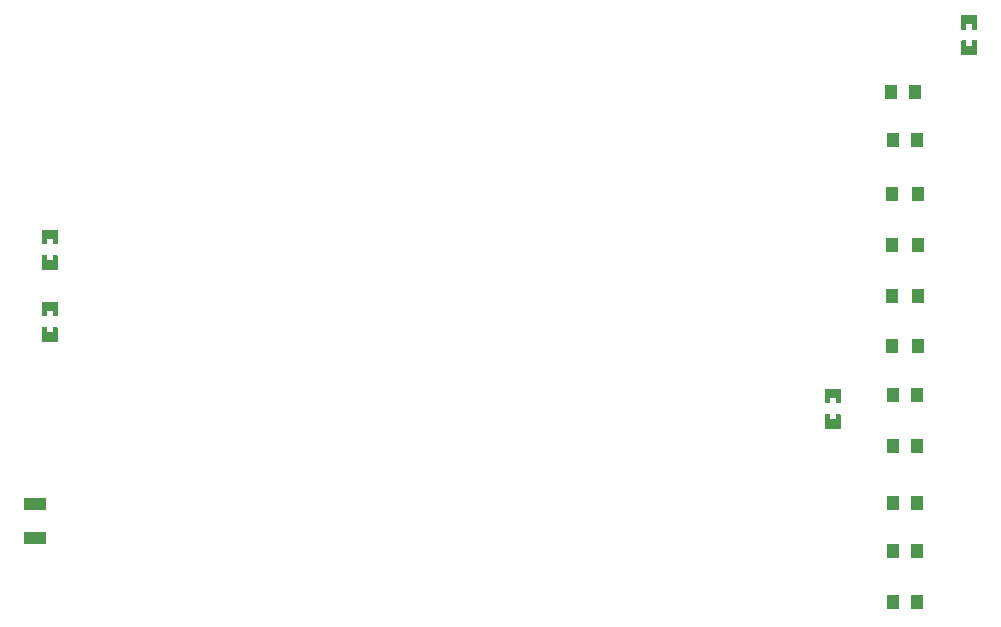
<source format=gtp>
G04 Layer: TopPasteMaskLayer*
G04 EasyEDA v6.5.40, 2024-02-01 00:24:09*
G04 faf3267638cc42b38ab6b6bb7f3975a6,cb1d8df9e4d043698efa6217e4288dd5,10*
G04 Gerber Generator version 0.2*
G04 Scale: 100 percent, Rotated: No, Reflected: No *
G04 Dimensions in millimeters *
G04 leading zeros omitted , absolute positions ,4 integer and 5 decimal *
%FSLAX45Y45*%
%MOMM*%

%AMMACRO1*21,1,$1,$2,0,0,$3*%
%ADD10R,1.0000X1.2500*%
%ADD11R,1.8699X1.0300*%
%ADD12MACRO1,1.0998X1.2502X0.0000*%

%LPD*%
G36*
X7733792Y12552527D02*
G01*
X7728813Y12547498D01*
X7728813Y12432487D01*
X7733792Y12427508D01*
X7775803Y12428016D01*
X7775803Y12472009D01*
X7820812Y12472009D01*
X7820812Y12427000D01*
X7861808Y12427508D01*
X7866786Y12432487D01*
X7866786Y12547498D01*
X7861808Y12552527D01*
G37*
G36*
X7733792Y12337491D02*
G01*
X7728813Y12332512D01*
X7728813Y12217501D01*
X7733792Y12212523D01*
X7861808Y12212523D01*
X7866786Y12217501D01*
X7866786Y12332512D01*
X7861808Y12337491D01*
X7820812Y12336983D01*
X7820812Y12292990D01*
X7775803Y12292990D01*
X7775803Y12337491D01*
G37*
G36*
X8928506Y15502788D02*
G01*
X8887510Y15502280D01*
X8882481Y15497301D01*
X8882481Y15382290D01*
X8887510Y15377312D01*
X9015476Y15377312D01*
X9020505Y15382290D01*
X9020505Y15497301D01*
X9015476Y15502280D01*
X8973515Y15501823D01*
X8973515Y15457779D01*
X8928506Y15457779D01*
G37*
G36*
X8887510Y15717316D02*
G01*
X8882481Y15712287D01*
X8882481Y15597276D01*
X8887510Y15592298D01*
X8928506Y15592806D01*
X8928506Y15636798D01*
X8973515Y15636798D01*
X8973515Y15592298D01*
X9015476Y15592298D01*
X9020505Y15597276D01*
X9020505Y15712287D01*
X9015476Y15717316D01*
G37*
G36*
X1104392Y13289127D02*
G01*
X1099413Y13284098D01*
X1099413Y13169087D01*
X1104392Y13164108D01*
X1146403Y13164616D01*
X1146403Y13208609D01*
X1191412Y13208609D01*
X1191412Y13163600D01*
X1232408Y13164108D01*
X1237386Y13169087D01*
X1237386Y13284098D01*
X1232408Y13289127D01*
G37*
G36*
X1104392Y13074091D02*
G01*
X1099413Y13069112D01*
X1099413Y12954101D01*
X1104392Y12949123D01*
X1232408Y12949123D01*
X1237386Y12954101D01*
X1237386Y13069112D01*
X1232408Y13074091D01*
X1191412Y13073583D01*
X1191412Y13029590D01*
X1146403Y13029590D01*
X1146403Y13074091D01*
G37*
G36*
X1104392Y13898727D02*
G01*
X1099413Y13893698D01*
X1099413Y13778687D01*
X1104392Y13773708D01*
X1146403Y13774216D01*
X1146403Y13818209D01*
X1191412Y13818209D01*
X1191412Y13773200D01*
X1232408Y13773708D01*
X1237386Y13778687D01*
X1237386Y13893698D01*
X1232408Y13898727D01*
G37*
G36*
X1104392Y13683691D02*
G01*
X1099413Y13678712D01*
X1099413Y13563701D01*
X1104392Y13558723D01*
X1232408Y13558723D01*
X1237386Y13563701D01*
X1237386Y13678712D01*
X1232408Y13683691D01*
X1191412Y13683183D01*
X1191412Y13639190D01*
X1146403Y13639190D01*
X1146403Y13683691D01*
G37*
D10*
G01*
X8297392Y13766800D03*
G01*
X8517407Y13766800D03*
G01*
X8297468Y12915874D03*
G01*
X8517483Y12915874D03*
D11*
G01*
X1041400Y11572011D03*
G01*
X1041400Y11287988D03*
D12*
G01*
X8496300Y15062200D03*
G01*
X8293100Y15062200D03*
G01*
X8509000Y14655800D03*
G01*
X8305800Y14655800D03*
D10*
G01*
X8297392Y14198600D03*
G01*
X8517407Y14198600D03*
D12*
G01*
X8509000Y12496800D03*
G01*
X8305800Y12496800D03*
D10*
G01*
X8297392Y13335000D03*
G01*
X8517407Y13335000D03*
D12*
G01*
X8509000Y11582400D03*
G01*
X8305800Y11582400D03*
G01*
X8509000Y12065000D03*
G01*
X8305800Y12065000D03*
G01*
X8509000Y10744200D03*
G01*
X8305800Y10744200D03*
G01*
X8509000Y11176000D03*
G01*
X8305800Y11176000D03*
M02*

</source>
